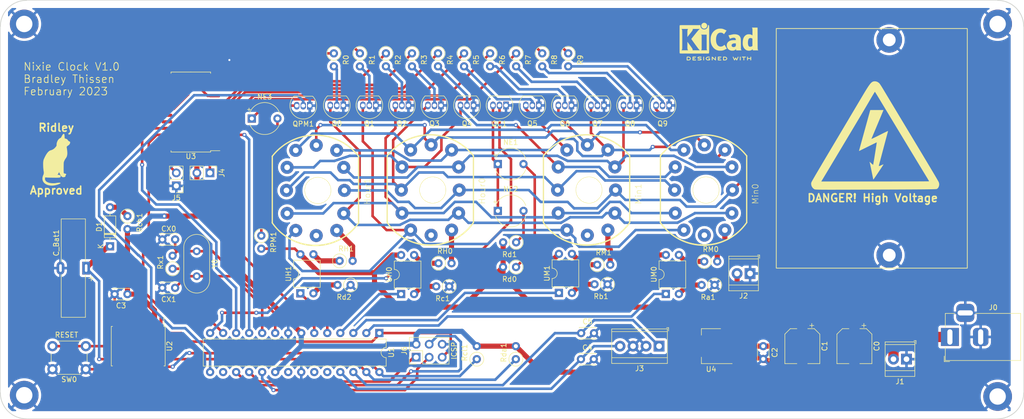
<source format=kicad_pcb>
(kicad_pcb (version 20211014) (generator pcbnew)
  (title_block (title "Nixie Clock PCB") (date "2023-02-17") (rev "1.5") (company "Bradley Thissen") (comment 1 "Nixie Clock Printed Circuit Board complete with livery"))
  (layers (0 "F.Cu" signal) (31 "B.Cu" signal) (34 "B.Paste" user) (35 "F.Paste" user) (36 "B.SilkS" user "B.Silkscreen") (37 "F.SilkS" user "F.Silkscreen") (38 "B.Mask" user) (39 "F.Mask" user) (44 "Edge.Cuts" user))
  (net 0 "")
  (net 1 "+12V")
  (net 2 "GND")
  (net 3 "5_vcc")
  (net 4 "Net-(U1-Pad25)")
  (net 5 "Net-(J3-Pad1)")
  (net 6 "Net-(U1-Pad9)")
  (net 7 "Net-(U1-Pad10)")
  (net 8 "Net-(C_Bat1-Pad1)")
  (net 9 "Net-(D1-Pad2)")
  (net 10 "170_HV")
  (net 11 "Net-(J4-Pad1)")
  (net 12 "Net-(J5-Pad2)")
  (net 13 "Net-(J6-Pad1)")
  (net 14 "Net-(J6-Pad3)")
  (net 15 "Net-(J6-Pad4)")
  (net 16 "Reset")
  (net 17 "Net-(Min1-PadA)")
  (net 18 "Net-(NE1-Pad1)")
  (net 19 "Net-(NE1-Pad2)")
  (net 20 "Net-(NE2-Pad2)")
  (net 21 "Net-(NE3-Pad1)")
  (net 22 "Net-(NE3-Pad2)")
  (net 23 "Net-(Q0-Pad2)")
  (net 24 "Net-(Q1-Pad2)")
  (net 25 "Net-(Q2-Pad2)")
  (net 26 "Net-(Q3-Pad2)")
  (net 27 "Net-(Q4-Pad2)")
  (net 28 "Net-(Q5-Pad2)")
  (net 29 "Net-(Q6-Pad2)")
  (net 30 "Net-(Q7-Pad2)")
  (net 31 "Net-(Q8-Pad2)")
  (net 32 "Net-(Q9-Pad2)")
  (net 33 "Net-(QC1-Pad2)")
  (net 34 "Net-(QPM1-Pad2)")
  (net 35 "Net-(U3-Pad11)")
  (net 36 "Net-(U3-Pad9)")
  (net 37 "Net-(U3-Pad10)")
  (net 38 "Net-(U3-Pad8)")
  (net 39 "Net-(U3-Pad7)")
  (net 40 "Net-(U3-Pad6)")
  (net 41 "Net-(U3-Pad5)")
  (net 42 "Net-(U3-Pad4)")
  (net 43 "Net-(U3-Pad18)")
  (net 44 "Net-(U3-Pad17)")
  (net 45 "Net-(Ra1-Pad2)")
  (net 46 "Net-(Rb1-Pad2)")
  (net 47 "Net-(Rc1-Pad2)")
  (net 48 "SCL")
  (net 49 "Net-(Rd2-Pad2)")
  (net 50 "SDA")
  (net 51 "Net-(RH0-Pad1)")
  (net 52 "Net-(Hour1-PadA)")
  (net 53 "Net-(RH1-Pad1)")
  (net 54 "Net-(RM0-Pad1)")
  (net 55 "Net-(RM1-Pad1)")
  (net 56 "Net-(U1-Pad2)")
  (net 57 "Net-(U1-Pad3)")
  (net 58 "Net-(U1-Pad4)")
  (net 59 "Net-(U1-Pad5)")
  (net 60 "Net-(U1-Pad6)")
  (net 61 "Net-(U1-Pad11)")
  (net 62 "Net-(U1-Pad12)")
  (net 63 "Net-(U1-Pad13)")
  (net 76 "Net-(Hour1-Pad1)")
  (net 77 "Net-(Hour1-Pad2)")
  (net 78 "Net-(Hour1-Pad3)")
  (net 79 "Net-(Hour1-Pad4)")
  (net 80 "Net-(Hour1-Pad5)")
  (net 81 "Net-(Hour1-Pad7)")
  (net 82 "Net-(Min0-PadA)")
  (net 83 "Net-(Hour1-Pad0)")
  (net 85 "Net-(Hour1-Pad8)")
  (net 86 "Net-(Hour1-Pad9)")
  (net 87 "Net-(Hour1-Pad6)")
  (net 88 "Net-(Hour0-PadA)")
  (footprint "Package_TO_SOT_SMD:SOT-223-3_TabPin2" (layer "F.Cu") (at 190.5 121.92 180)
    (fp_text reference "U4")
    (fp_text value "AMS1117-5.0")
  )
  (footprint "Button_Switch_THT:SW_PUSH_6mm_H7.3mm" (layer "F.Cu") (at 68.515564 126.42 180)
    (fp_text reference "SW0")
    (fp_text value "RESET")
  )
  (footprint "Package_TO_SOT_THT:TO-92_Inline" (layer "F.Cu") (at 150.482671 74.90321 180)
    (fp_text reference "QC1")
    (fp_text value "MPSA42")
  )
  (footprint "graphics:cat10" (layer "F.Cu") (at 62.75 85.5)
    (fp_text reference "Ridley")
    (fp_text value "LOGO" hide)
  )
  (footprint "nixies-us:IN-12" (layer "F.Cu") (at 166.670414 91.429763)
    (fp_text reference "Min1")
    (fp_text value "IN-12BORIGINAL" hide)
  )
  (footprint "Connector_PinHeader_2.54mm:PinHeader_1x02_P2.54mm_Vertical" (layer "F.Cu") (at 86.166832 90.624125 180)
    (fp_text reference "J5")
    (fp_text value "E_Sel")
  )
  (footprint "Crystal:Crystal_HC49-4H_Vertical" (layer "F.Cu") (at 90.147738 103.38 -90)
    (fp_text reference "Y0")
    (fp_text value "16MHz")
  )
  (footprint "Package_SO:SOIC-24W_7.5x15.4mm_P1.27mm" (layer "F.Cu") (at 89 76.2 180)
    (fp_text reference "U3")
    (fp_text value "CD74HC4514")
  )
  (footprint "nixies-us:IN-12" (layer "F.Cu") (at 113.783296 91.500956)
    (fp_text reference "Hour1")
    (fp_text value "IN-12BORIGINAL" hide)
  )
  (footprint "Resistor_THT:R_Axial_DIN0207_L6.3mm_D2.5mm_P2.54mm_Vertical" (layer "F.Cu") (at 152.438074 106.4704 180)
    (fp_text reference "Rd0")
    (fp_text value "220K" hide)
  )
  (footprint "Resistor_THT:R_Axial_DIN0207_L6.3mm_D2.5mm_P2.54mm_Vertical" (layer "F.Cu") (at 137.220414 64.739763 -90)
    (fp_text reference "R4")
    (fp_text value "4.7K")
  )
  (footprint "Capacitor_THT:C_Disc_D3.0mm_W2.0mm_P2.50mm" (layer "F.Cu") (at 76.64 111.76 180)
    (fp_text reference "C3")
    (fp_text value "100nF")
  )
  (footprint "Capacitor_THT:DX_5R5VxxxxU_D19.0mm_P5.00mm" (layer "F.Cu") (at 68.58 106.68 -90)
    (fp_text reference "C_Bat1")
    (fp_text value "5.5 1.5F UC")
  )
  (footprint "TerminalBlock_TE-Connectivity:TerminalBlock_TE_282834-4_1x04_P2.54mm_Horizontal" (layer "F.Cu") (at 180.34 121.92 180)
    (fp_text reference "J3")
    (fp_text value "Set-GND-Inc")
  )
  (footprint "nixies-us:IN-12" (layer "F.Cu") (at 189.490832 91.429763)
    (fp_text reference "Min0")
    (fp_text value "IN-12BORIGINAL" hide)
  )
  (footprint "Symbol:KiCad-Logo2_6mm_SilkScreen" (layer "F.Cu") (at 192 61.75)
    (fp_text reference "REF**" hide)
    (fp_text value "KiCad-Logo2_6mm_SilkScreen" hide)
  )
  (footprint "TerminalBlock_TE-Connectivity:TerminalBlock_TE_282834-2_1x02_P2.54mm_Horizontal" (layer "F.Cu") (at 198.095634 107.733126 180)
    (fp_text reference "J2")
    (fp_text value "170 HV_IN")
  )
  (footprint "Diode_THT:D_DO-35_SOD27_P7.62mm_Horizontal" (layer "F.Cu") (at 73.236593 102.414472 90)
    (fp_text reference "D1")
    (fp_text value "1N4148")
  )
  (footprint "MountingHole:MountingHole_3.2mm_M3_DIN965_Pad_TopBottom" (layer "F.Cu") (at 56.5 131.5)
    (fp_text reference "REF**" hide)
    (fp_text value "MountingHole_3.2mm_M3_DIN965_Pad_TopBottom" hide)
  )
  (footprint "Resistor_THT:R_Axial_DIN0207_L6.3mm_D2.5mm_P2.54mm_Vertical" (layer "F.Cu") (at 152.45817 101.642782 180)
    (fp_text reference "Rd1")
    (fp_text value "220K" hide)
  )
  (footprint "Resistor_THT:R_Axial_DIN0207_L6.3mm_D2.5mm_P2.54mm_Vertical" (layer "F.Cu") (at 162.620414 64.739763 -90)
    (fp_text reference "R9")
    (fp_text value "4.7K")
  )
  (footprint "Package_TO_SOT_THT:TO-92_Inline" (layer "F.Cu") (at 131.446238 74.899763 180)
    (fp_text reference "Q2")
    (fp_text value "MPSA42")
  )
  (footprint "Resistor_THT:R_Axial_DIN0207_L6.3mm_D2.5mm_P2.54mm_Vertical" (layer "F.Cu") (at 116.900414 64.739763 -90)
    (fp_text reference "R0")
    (fp_text value "4.7K")
  )
  (footprint "Capacitor_THT:C_Disc_D3.0mm_W2.0mm_P2.50mm" (layer "F.Cu") (at 165.14 119.38)
    (fp_text reference "C5")
    (fp_text value "100nF" hide)
  )
  (footprint "Resistor_THT:R_Axial_DIN0207_L6.3mm_D2.5mm_P2.54mm_Vertical" (layer "F.Cu") (at 127.060414 64.739763 -90)
    (fp_text reference "R2")
    (fp_text value "4.7K")
  )
  (footprint "Package_DIP:DIP-4_W7.62mm" (layer "F.Cu") (at 160.803779 111.516736 90)
    (fp_text reference "UM1")
    (fp_text value "TLP627")
  )
  (footprint "Capacitor_THT:C_Disc_D3.0mm_W2.0mm_P2.50mm" (layer "F.Cu") (at 85.934104 110.534304 180)
    (fp_text reference "CX1")
    (fp_text value "22pF")
  )
  (footprint "Capacitor_THT:CP_Radial_Tantal_D6.0mm_P5.00mm" (layer "F.Cu") (at 148.890414 86.349763)
    (fp_text reference "NE1")
    (fp_text value "Clk_blnk1" hide)
  )
  (footprint "Connector_PinHeader_2.54mm:PinHeader_1x02_P2.54mm_Vertical" (layer "F.Cu") (at 92.721963 88.084125 -90)
    (fp_text reference "J4")
    (fp_text value "LE_Sel")
  )
  (footprint "Connector_PinHeader_2.54mm:PinHeader_2x03_P2.54mm_Vertical" (layer "F.Cu") (at 132.955267 124.084884 90)
    (fp_text reference "J6")
    (fp_text value "ICSP")
  )
  (footprint "Resistor_THT:R_Axial_DIN0207_L6.3mm_D2.5mm_P2.54mm_Vertical" (layer "F.Cu") (at 120.160247 109.964681 180)
    (fp_text reference "Rd2")
    (fp_text value "270" hide)
  )
  (footprint "Package_TO_SOT_THT:TO-92_Inline" (layer "F.Cu") (at 112.199964 74.954145 180)
    (fp_text reference "QPM1")
    (fp_text value "MPSA42")
  )
  (footprint "Resistor_THT:R_Axial_DIN0207_L6.3mm_D2.5mm_P2.54mm_Vertical" (layer "F.Cu") (at 102.74927 100.34661 -90)
    (fp_text reference "RPM1")
    (fp_text value "220K")
  )
  (footprint "Package_TO_SOT_THT:TO-92_Inline" (layer "F.Cu") (at 156.891882 74.903167 180)
    (fp_text reference "Q5")
    (fp_text value "MPSA42")
  )
  (footprint "Package_DIP:DIP-4_W7.62mm" (layer "F.Cu") (at 181.665414 111.719763 90)
    (fp_text reference "UM0")
    (fp_text value "TLP627")
  )
  (footprint "Capacitor_THT:CP_Radial_Tantal_D6.0mm_P5.00mm" (layer "F.Cu") (at 148.89739 95.502263)
    (fp_text reference "NE2")
    (fp_text value "Clk_blnk2")
  )
  (footprint "Package_TO_SOT_THT:TO-92_Inline" (layer "F.Cu") (at 182.291882 74.903167 180)
    (fp_text reference "Q9")
    (fp_text value "MPSA42")
  )
  (footprint "Resistor_THT:R_Axial_DIN0207_L6.3mm_D2.5mm_P2.54mm_Vertical" (layer "F.Cu") (at 152.4 124.46 90)
    (fp_text reference "Rda1")
    (fp_text value "4.7K")
  )
  (footprint "Capacitor_SMD:CP_Elec_6.3x5.9" (layer "F.Cu") (at 218.44 121.92 -90)
    (fp_text reference "C0")
    (fp_text value "25V 47uF")
  )
  (footprint "Package_TO_SOT_THT:TO-92_Inline" (layer "F.Cu") (at 144.146238 74.899763 180)
    (fp_text reference "Q4")
    (fp_text value "MPSA42")
  )
  (footprint "MountingHole:MountingHole_3.2mm_M3_DIN965_Pad_TopBottom" (layer "F.Cu") (at 56.5 59)
    (fp_text reference "REF**" hide)
    (fp_text value "MountingHole_3.2mm_M3_DIN965_Pad_TopBottom" hide)
  )
  (footprint "MountingHole:MountingHole_2.5mm_Pad_TopBottom" (layer "F.Cu") (at 225.235825 104.14 180)
    (fp_text reference "REF**" hide)
    (fp_text value "MountingHole_2.5mm_Pad_TopBottom" hide)
  )
  (footprint "Resistor_THT:R_Axial_DIN0207_L6.3mm_D2.5mm_P2.54mm_Vertical" (layer "F.Cu") (at 132.140414 64.739763 -90)
    (fp_text reference "R3")
    (fp_text value "4.7K")
  )
  (footprint "Resistor_THT:R_Axial_DIN0207_L6.3mm_D2.5mm_P2.54mm_Vertical" (layer "F.Cu") (at 147.380414 64.739763 -90)
    (fp_text reference "R6")
    (fp_text value "4.7K")
  )
  (footprint "Resistor_THT:R_Axial_DIN0207_L6.3mm_D2.5mm_P2.54mm_Vertical" (layer "F.Cu") (at 142.300414 64.739763 -90)
    (fp_text reference "R5")
    (fp_text value "4.7K")
  )
  (footprint "Package_DIP:DIP-28_W7.62mm" (layer "F.Cu") (at 125.780414 119.359763 -90)
    (fp_text reference "U1")
    (fp_text value "ATmega328P-P")
  )
  (footprint "Resistor_THT:R_Axial_DIN0207_L6.3mm_D2.5mm_P2.54mm_Vertical" (layer "F.Cu") (at 76.64 96.52 -90)
    (fp_text reference "Rch1")
    (fp_text value "480")
  )
  (footprint "Resistor_THT:R_Axial_DIN0207_L6.3mm_D2.5mm_P2.54mm_Vertical" (layer "F.Cu") (at 139.404516 110.249303 180)
    (fp_text reference "Rc1")
    (fp_text value "270" hide)
  )
  (footprint "nixies-us:IN-12" (layer "F.Cu") (at 136.190414 91.429763)
    (fp_text reference "Hour0")
    (fp_text value "IN-12BORIGINAL" hide)
  )
  (footprint "Resistor_THT:R_Axial_DIN0207_L6.3mm_D2.5mm_P2.54mm_Vertical" (layer "F.Cu") (at 152.460414 64.739763 -90)
    (fp_text reference "R7")
    (fp_text value "4.7K")
  )
  (footprint "Resistor_THT:R_Axial_DIN0207_L6.3mm_D2.5mm_P2.54mm_Vertical" (layer "F.Cu") (at 157.540414 64.739763 -90)
    (fp_text reference "R8")
    (fp_text value "4.7K")
  )
  (footprint "MountingHole:MountingHole_3.2mm_M3_DIN965_Pad_TopBottom" (layer "F.Cu") (at 246.38 131.75)
    (fp_text reference "REF**" hide)
    (fp_text value "MountingHole_3.2mm_M3_DIN965_Pad_TopBottom" hide)
  )
  (footprint "Package_TO_SOT_THT:TO-92_Inline" (layer "F.Cu") (at 137.796238 74.899763 180)
    (fp_text reference "Q3")
    (fp_text value "MPSA42")
  )
  (footprint "Resistor_THT:R_Axial_DIN0207_L6.3mm_D2.5mm_P2.54mm_Vertical" (layer "F.Cu") (at 137.314654 105.72917)
    (fp_text reference "RH0")
    (fp_text value "10K" hide)
  )
  (footprint "Package_DIP:DIP-4_W7.62mm" (layer "F.Cu") (at 130.015414 111.749763 90)
    (fp_text reference "UH0")
    (fp_text value "TLP627")
  )
  (footprint "MountingHole:MountingHole_3.2mm_M3_DIN965_Pad_TopBottom" (layer "F.Cu") (at 246.38 59)
    (fp_text reference "REF**" hide)
    (fp_text value "MountingHole_3.2mm_M3_DIN965_Pad_TopBottom" hide)
  )
  (footprint "graphics:HVbmp25" (layer "F.Cu") (at 222.5 80.75)
    (fp_text reference "DANGER! High Voltage")
    (fp_text value "LOGO" hide)
  )
  (footprint "Capacitor_SMD:CP_Elec_6.3x5.9" (layer "F.Cu") (at 208.28 121.92 -90)
    (fp_text reference "C1")
    (fp_text value "25V 47uF")
  )
  (footprint "Capacitor_THT:C_Disc_D3.0mm_W2.0mm_P2.50mm" (layer "F.Cu") (at 85.937995 101.081412 180)
    (fp_text reference "CX0")
    (fp_text value "22pF")
  )
  (footprint "Package_TO_SOT_THT:TO-92_Inline" (layer "F.Cu") (at 163.241882 74.903167 180)
    (fp_text reference "Q6")
    (fp_text value "MPSA42")
  )
  (footprint "Package_TO_SOT_THT:TO-92_Inline" (layer "F.Cu") (at 175.941882 74.903167 180)
    (fp_text reference "Q8")
    (fp_text value "MPSA42")
  )
  (footprint "Package_TO_SOT_THT:TO-92_Inline" (layer "F.Cu") (at 125.096238 74.899763 180)
    (fp_text reference "Q1")
    (fp_text value "MPSA42")
  )
  (footprint "Resistor_THT:R_Axial_DIN0207_L6.3mm_D2.5mm_P2.54mm_Vertical" (layer "F.Cu") (at 121.980414 64.739763 -90)
    (fp_text reference "R1")
    (fp_text value "4.7K")
  )
  (footprint "Resistor_THT:R_Axial_DIN0207_L6.3mm_D2.5mm_P2.54mm_Vertical" (layer "F.Cu") (at 191.176987 109.980089 180)
    (fp_text reference "Ra1")
    (fp_text value "270" hide)
  )
  (footprint "Resistor_THT:R_Axial_DIN0207_L6.3mm_D2.5mm_P2.54mm_Vertical" (layer "F.Cu") (at 168.269562 106.018785)
    (fp_text reference "RM1")
    (fp_text value "10K" hide)
  )
  (footprint "Resistor_THT:R_Axial_DIN0207_L6.3mm_D2.5mm_P2.54mm_Vertical" (layer "F.Cu") (at 85.440968 106.800509 90)
    (fp_text reference "Rx1")
    (fp_text value "1M")
  )
  (footprint "MountingHole:MountingHole_2.5mm_Pad_TopBottom" (layer "F.Cu") (at 225.235825 62.105302 180)
    (fp_text reference "REF**" hide)
    (fp_text value "MountingHole_2.5mm_Pad_TopBottom" hide)
  )
  (footprint "Capacitor_THT:CP_Radial_Tantal_D6.0mm_P5.00mm" (layer "F.Cu") (at 100.897945 77.467146)
    (fp_text reference "NE3")
    (fp_text value "AM/PM")
  )
  (footprint "Connector_BarrelJack:BarrelJack_Horizontal" (layer "F.Cu") (at 237.068212 120.123855 180)
    (fp_text reference "J0")
    (fp_text value "Barrel_Jack_Switch")
  )
  (footprint "Package_DIP:DIP-4_W7.62mm" (layer "F.Cu") (at 110.374288 111.601137 90)
    (fp_text reference "UH1")
    (fp_text value "TLP627")
  )
  (footprint "Resistor_THT:R_Axial_DIN0207_L6.3mm_D2.5mm_P2.54mm_Vertical" (layer "F.Cu") (at 144.78 124.46 90)
    (fp_text reference "Rcl1")
    (fp_text value "4.7K")
  )
  (footprint "Package_TO_SOT_THT:TO-92_Inline" (layer "F.Cu") (at 169.591882 74.903167 180)
    (fp_text reference "Q7")
    (fp_text value "MPSA42")
  )
  (footprint "TerminalBlock_TE-Connectivity:TerminalBlock_TE_282834-2_1x02_P2.54mm_Horizontal" (layer "F.Cu") (at 228.6 124.46 180)
    (fp_text reference "J1")
    (fp_text value "NX_Pwr")
  )
  (footprint "Package_SO:SOIC-16W_7.5x10.3mm_P1.27mm" (layer "F.Cu") (at 78.74 121.92 -90)
    (fp_text reference "U2")
    (fp_text value "DS3231M")
  )
  (footprint "Resistor_THT:R_Axial_DIN0207_L6.3mm_D2.5mm_P2.54mm_Vertical" (layer "F.Cu") (at 118.019288 105.261137)
    (fp_text reference "RH1")
    (fp_text value "10K" hide)
  )
  (footprint "Resistor_THT:R_Axial_DIN0207_L6.3mm_D2.5mm_P2.54mm_Vertical" (layer "F.Cu") (at 189.145758 105.379763)
    (fp_text reference "RM0")
    (fp_text value "10K" hide)
  )
  (footprint "Resistor_THT:R_Axial_DIN0207_L6.3mm_D2.5mm_P2.54mm_Vertical" (layer "F.Cu") (at 170.289132 109.836694 180)
    (fp_text reference "Rb1")
    (fp_text value "270" hide)
  )
  (footprint "Capacitor_THT:C_Disc_D3.0mm_W2.0mm_P2.50mm" (layer "F.Cu") (at 165.1 124.46)
    (fp_text reference "C4")
    (fp_text value "100nF" hide)
  )
  (footprint "Capacitor_THT:C_Disc_D3.0mm_W2.0mm_P2.50mm" (layer "F.Cu") (at 200.66 121.92 -90)
    (fp_text reference "C2")
    (fp_text value "100nF")
  )
  (footprint "Package_TO_SOT_THT:TO-92_Inline" (layer "F.Cu") (at 118.746238 74.899763 180)
    (fp_text reference "Q0")
    (fp_text value "MPSA42")
  )
  (gr_rect (start 240.462027 106.68) (end 203.2 59.894698) (layer "F.SilkS") (width 0.15) (fill none))
  (gr_line (start 235.167898 136.107898) (end 246.38 136.107898) (layer "Edge.Cuts") (width 0.1))
  (gr_line (start 56.932102 136.107898) (end 235.167898 136.107898) (layer "Edge.Cuts") (width 0.1))
  (gr_arc (start 51.852102 59.472102) (mid 53.34 55.88) (end 56.932102 54.392102) (layer "Edge.Cuts") (width 0.15))
  (gr_line (start 51.852102 59.472102) (end 51.852102 131.027898) (layer "Edge.Cuts") (width 0.1))
  (gr_line (start 251.46 59.472102) (end 251.46 131.027898) (layer "Edge.Cuts") (width 0.1))
  (gr_line (start 235.167898 54.392102) (end 246.38 54.392102) (layer "Edge.Cuts") (width 0.1))
  (gr_arc (start 251.46 131.027898) (mid 249.972102 134.62) (end 246.38 136.107898) (layer "Edge.Cuts") (width 0.15))
  (gr_arc (start 246.38 54.392102) (mid 249.972102 55.88) (end 251.46 59.472102) (layer "Edge.Cuts") (width 0.15))
  (gr_line (start 235.167898 54.392102) (end 56.932102 54.392102) (layer "Edge.Cuts") (width 0.1))
  (gr_arc (start 56.932102 136.107898) (mid 53.34 134.62) (end 51.852102 131.027898) (layer "Edge.Cuts") (width 0.15))
  (gr_text "Nixie Clock V1.0\nBradley Thissen\nFebruary 2023" (at 56.25 69.75) (layer "F.SilkS") (effects (font (size 1.5 1.5)) (justify left)))
  (segment (start 219.474732 120.12479) (end 219.459761 120.139761) (width 2) (layer "F.Cu") (net 1))
  (segment (start 226.06 120.394735) (end 225.78912 120.123855) (width 2) (layer "F.Cu") (net 1))
  (segment (start 218.44 119.12) (end 218.44 116.84) (width 2) (layer "F.Cu") (net 1))
  (segment (start 225.78912 120.123855) (end 225.788185 120.12479) (width 2) (layer "F.Cu") (net 1))
  (segment (start 218.44 116.84) (end 215.9 114.3) (width 2) (layer "F.Cu") (net 1))
  (segment (start 215.9 114.3) (end 198.97 114.3) (width 2) (layer "F.Cu") (net 1))
  (segment (start 219.459761 120.139761) (end 218.44 119.12) (width 2) (layer "F.Cu") (net 1))
  (segment (start 226.06 124.46) (end 226.06 120.394735) (width 2) (layer "F.Cu") (net 1))
  (segment (start 225.788185 120.12479) (end 219.474732 120.12479) (width 2) (layer "F.Cu") (net 1))
  (segment (start 198.97 114.3) (end 193.65 119.62) (width 2) (layer "F.Cu") (net 1))
  (segment (start 237.068212 120.123855) (end 225.78912 120.123855) (width 2) (layer "F.Cu") (net 1))
  (segment (start 200.96 124.72) (end 200.66 124.42) (width 1) (layer "F.Cu") (net 2))
  (segment (start 94.04 69.215) (end 94.04 68.52) (width 0.5) (layer "F.Cu") (net 2))
  (segment (start 74.14 111.76) (end 74.14 117.115) (width 0.5) (layer "F.Cu") (net 2))
  (segment (start 79.225 126.42) (end 79.375 126.57) (width 0.5) (layer "F.Cu") (net 2))
  (segment (start 208.28 124.72) (end 200.96 124.72) (width 1) (layer "F.Cu") (net 2))
  (segment (start 68.515564 126.42) (end 79.225 126.42) (width 0.5) (layer "F.Cu") (net 2))
  (segment (start 78.105 117.27) (end 74.295 117.27) (width 0.5) (layer "F.Cu") (net 2))
  (segment (start 208.28 124.72) (end 218.44 124.72) (width 1) (layer "F.Cu") (net 2))
  (segment (start 74.14 117.115) (end 74.295 117.27) (width 0.5) (layer "F.Cu") (net 2))
  (segment (start 200.46 124.22) (end 200.66 124.42) (width 1) (layer "F.Cu") (net 2))
  (segment (start 193.65 124.22) (end 200.46 124.22) (width 1) (layer "F.Cu") (net 2))
  (segment (start 94.04 68.52) (end 96.52 66.04) (width 0.5) (layer "F.Cu") (net 2))
  (via (at 96.52 66.04) (size 0.8) (drill 0.4) (layers "F.Cu" "B.Cu") (net 2))
  (segment (start 90.181963 83.681963) (end 89.685 83.185) (width 1) (layer "F.Cu") (net 3))
  (segment (start 193.65 121.92) (end 187.35 121.92) (width 1) (layer "F.Cu") (net 3))
  (segment (start 96.52 96.52) (end 90.181963 90.181963) (width 1) (layer "F.Cu") (net 3))
  (segment (start 81.915 117.27) (end 81.915 114.935) (width 1) (layer "F.Cu") (net 3))
  (segment (start 90.181963 90.181963) (end 90.181963 88.084125) (width 1) (layer "F.Cu") (net 3))
  (segment (start 200.66 121.92) (end 205.48 121.92) (width 1) (layer "F.Cu") (net 3))
  (segment (start 81.915 114.935) (end 78.74 111.76) (width 1) (layer "F.Cu") (net 3))
  (segment (start 110.540414 119.359763) (end 96.52 105.339349) (width 1) (layer "F.Cu") (net 3))
  (segment (start 152.4 121.92) (end 144.78 121.92) (width 1) (layer "F.Cu") (net 3))
  (segment (start 200.66 121.92) (end 193.65 121.92) (width 1) (layer "F.Cu") (net 3))
  (segment (start 90.181963 88.084125) (end 90.181963 83.681963) (width 1) (layer "F.Cu") (net 3))
  (segment (start 96.52 105.339349) (end 96.52 96.52) (width 1) (layer "F.Cu") (net 3))
  (segment (start 89.685 83.185) (end 84.35 83.185) (width 1) (layer "F.Cu") (net 3))
  (segment (start 96.52 96.52) (end 83.82 96.52) (width 1) (layer "F.Cu") (net 3))
  (segment (start 157.48 127) (end 152.4 121.92) (width 1) (layer "F.Cu") (net 3))
  (segment (start 76.64 99.06) (end 76.64 111.76) (width 1) (layer "F.Cu") (net 3))
  (segment (start 205.48 121.92) (end 208.28 119.12) (width 1) (layer "F.Cu") (net 3))
  (segment (start 187.35 121.92) (end 182.27 127) (width 1) (layer "F.Cu") (net 3))
  (segment (start 78.74 111.76) (end 76.64 111.76) (width 1) (layer "F.Cu") (net 3))
  (segment (start 182.27 127) (end 157.48 127) (width 1) (layer "F.Cu") (net 3))
  (via (at 83.82 96.52) (size 1) (drill 0.5) (layers "F.Cu" "B.Cu") (net 3))
  (segment (start 132.955267 119.683537) (end 132.955267 121.544884) (width 1) (layer "B.Cu") (net 3))
  (segment (start 127 121.92) (end 127.375116 121.544884) (width 1) (layer "B.Cu") (net 3))
  (segment (start 110.560651 121.92) (end 110.540414 121.899763) (width 1) (layer "B.Cu") (net 3))
  (segment (start 144.78 121.92) (end 141.893339 119.033339) (width 1) (layer "B.Cu") (net 3))
  (segment (start 81.28 96.52) (end 78.74 99.06) (width 1) (layer "B.Cu") (net 3))
  (segment (start 127 121.92) (end 110.560651 121.92) (width 1) (layer "B.Cu") (net 3))
  (segment (start 141.893339 119.033339) (end 133.605465 119.033339) (width 1) (layer "B.Cu") (net 3))
  (segment (start 110.540414 119.359763) (end 110.540414 121.899763) (width 1) (layer "B.Cu") (net 3))
  (segment (start 110.540414 121.899763) (end 105.460414 126.979763) (width 1) (layer "B.Cu") (net 3))
  (segment (start 127.375116 121.544884) (end 132.955267 121.544884) (width 1) (layer "B.Cu") (net 3))
  (segment (start 133.605465 119.033339) (end 132.955267 119.683537) (width 1) (layer "B.Cu") (net 3))
  (segment (start 83.82 96.52) (end 81.28 96.52) (width 1) (layer "B.Cu") (net 3))
  (segment (start 78.74 99.06) (end 76.64 99.06) (width 1) (layer "B.Cu") (net 3))
  (segment (start 165.1 124.46) (end 167.64 121.92) (width 0.5) (layer "B.Cu") (net 4))
  (segment (start 121.420651 130.24) (end 118.160414 126.979763) (width 0.5) (layer "B.Cu") (net 4))
  (segment (start 165.1 124.46) (end 159.32 130.24) (width 0.5) (layer "B.Cu") (net 4))
  (segment (start 167.64 121.92) (end 172.72 121.92) (width 0.5) (layer "B.Cu") (net 4))
  (segment (start 159.32 130.24) (end 121.420651 130.24) (width 0.5) (layer "B.Cu") (net 4))
  (segment (start 167.64 116.84) (end 175.26 116.84) (width 0.5) (layer "B.Cu") (net 5))
  (segment (start 160.02 119.38) (end 149.86 129.54) (width 0.5) (layer "B.Cu") (net 5))
  (segment (start 175.26 116.84) (end 180.34 121.92) (width 0.5) (layer "B.Cu") (net 5))
  (segment (start 149.86 129.54) (end 123.260651 129.54) (width 0.5) (layer "B.Cu") (net 5))
  (segment (start 165.14 119.38) (end 167.64 116.88) (width 0.5) (layer "B.Cu") (net 5))
  (segment (start 165.14 119.38) (end 160.02 119.38) (width 0.5) (layer "B.Cu") (net 5))
  (segment (start 167.64 116.88) (end 167.64 116.84) (width 0.5) (layer "B.Cu") (net 5))
  (segment (start 123.260651 129.54) (end 120.700414 126.979763) (width 0.5) (layer "B.Cu") (net 5))
  (segment (start 86.321477 103.38) (end 85.440968 104.260509) (width 0.5) (layer "F.Cu") (net 6))
  (segment (start 93.217148 103.38) (end 105.460414 115.623265) (width 0.5) (layer "F.Cu") (net 6))
  (segment (start 90.147738 103.38) (end 93.217148 103.38) (width 0.5) (layer "F.Cu") (net 6))
  (segment (start 105.460414 115.623265) (end 105.460414 119.359763) (width 0.5) (layer "F.Cu") (net 6))
  (segment (start 90.147738 103.38) (end 86.321477 103.38) (width 0.5) (layer "F.Cu") (net 6))
  (segment (start 85.937995 102.996518) (end 86.321477 103.38) (width 0.5) (layer "F.Cu") (net 6))
  (segment (start 85.937995 101.081412) (end 85.937995 102.996518) (width 0.5) (layer "F.Cu") (net 6))
  (segment (start 88.208408 108.26) (end 85.934104 110.534304) (width 0.5) (layer "F.Cu") (net 7))
  (segment (start 102.920414 119.359763) (end 102.920414 114.073215) (width 0.5) (layer "F.Cu") (net 7))
  (segment (start 97.107198 108.26) (end 90.147738 108.26) (width 0.5) (layer "F.Cu") (net 7))
  (segment (start 85.440968 106.800509) (end 86.748917 106.800509) (width 0.5) (layer "F.Cu") (net 7))
  (segment (start 102.920414 114.073215) (end 97.107198 108.26) (width 0.5) (layer "F.Cu") (net 7))
  (segment (start 86.748917 106.800509) (end 88.208408 108.26) (width 0.5) (layer "F.Cu") (net 7))
  (segment (start 90.147738 108.26) (end 88.208408 108.26) (width 0.5) (layer "F.Cu") (net 7))
  (segment (start 80.645 126.57) (end 80.645 125.966472) (width 0.5) (layer "F.Cu") (net 8))
  (segment (start 80.645 125.966472) (end 79.138528 124.46) (width 0.5) (layer "F.Cu") (net 8))
  (segment (start 79.138528 124.46) (end 71.12 124.46) (width 0.5) (layer "F.Cu") (net 8))
  (segment (start 73.236593 102.414472) (end 72.845528 102.414472) (width 1) (layer "F.Cu") (net 8))
  (segment (start 72.845528 102.414472) (end 68.58 106.68) (width 1) (layer "F.Cu") (net 8))
  (via (at 71.12 124.46) (size 0.8) (drill 0.4) (layers "F.Cu" "B.Cu") (net 8))
  (segment (start 71.12 124.46) (end 71.12 109.22) (width 0.5) (layer "B.Cu") (net 8))
  (segment (start 71.12 109.22) (end 68.58 106.68) (width 0.5) (layer "B.Cu") (net 8))
  (segment (start 73.236593 94.794472) (end 74.914472 94.794472) (width 1) (layer "F.Cu") (net 9))
  (segment (start 74.914472 94.794472) (end 76.64 96.52) (width 1) (layer "F.Cu") (net 9))
  (segment (start 180.380237 104.099763) (end 170.18 114.3) (width 1) (layer "F.Cu") (net 10))
  (segment (start 109.279761 102.88661) (end 110.374288 103.981137) (width 0.5) (layer "F.Cu") (net 10))
  (segment (start 149.91817 106.450304) (end 149.898074 106.4704) (width 1) (layer "F.Cu") (net 10))
  (segment (start 149.898074 108.168839) (end 149.898074 106.4704) (width 1) (layer "F.Cu") (net 10))
  (segment (start 160.803779 103.896736) (end 155.480515 109.22) (width 1) (layer "F.Cu") (net 10))
  (segment (start 110.374288 103.981137) (end 113.973426 107.580275) (width 1) (layer "F.Cu") (net 10))
  (segment (start 150.949235 109.22) (end 149.898074 108.168839) (width 1) (layer "F.Cu") (net 10))
  (segment (start 195.555634 112.813126) (end 194.06876 114.3) (width 1) (layer "F.Cu") (net 10))
  (segment (start 142.068474 114.3) (end 149.898074 106.4704) (width 1) (layer "F.Cu") (net 10))
  (segment (start 102.74927 102.88661) (end 109.279761 102.88661) (width 0.5) (layer "F.Cu") (net 10))
  (segment (start 128.280456 104.129763) (end 130.015414 104.129763) (width 1) (layer "F.Cu") (net 10))
  (segment (start 181.665414 104.099763) (end 180.380237 104.099763) (width 1) (layer "F.Cu") (net 10))
  (segment (start 156.029235 114.3) (end 150.949235 109.22) (width 1) (layer "F.Cu") (net 10))
  (segment (start 149.91817 101.642782) (end 149.91817 106.450304) (width 1) (layer "F.Cu") (net 10))
  (segment (start 195.555634 107.733126) (end 195.555634 112.813126) (width 1) (layer "F.Cu") (net 10))
  (segment (start 124.829944 109.564293) (end 129.565651 114.3) (width 1) (layer "F.Cu") (net 10))
  (segment (start 113.973426 107.580275) (end 124.829944 107.580275) (width 1) (layer "F.Cu") (net 10))
  (segment (start 155.480515 109.22) (end 150.949235 109.22) (width 1) (layer "F.Cu") (net 10))
  (segment (start 129.565651 114.3) (end 142.068474 114.3) (width 1) (layer "F.Cu") (net 10))
  (segment (start 124.829944 107.580275) (end 124.829944 109.564293) (width 1) (layer "F.Cu") (net 10))
  (segment (start 170.18 114.3) (end 194.06876 114.3) (width 1) (layer "F.Cu") (net 10))
  (segment (start 170.18 114.3) (end 156.029235 114.3) (width 1) (layer "F.Cu") (net 10))
  (segment (start 124.829944 107.580275) (end 128.280456 104.129763) (width 1) (layer "F.Cu") (net 10))
  (segment (start 92.721963 88.084125) (end 92.721963 84.503037) (width 0.5) (layer "F.Cu") (net 11))
  (segment (start 92.721963 84.503037) (end 94.04 83.185) (width 0.5) (layer "F.Cu") (net 11))
  (segment (start 83.085 81.915) (end 84.35 81.915) (width 0.5) (layer "F.Cu") (net 12))
  (segment (start 86.166832 88.084125) (end 82.25 84.167293) (width 0.5) (layer "F.Cu") (net 12))
  (segment (start 82.25 84.167293) (end 82.25 82.75) (width 0.5) (layer "F.Cu") (net 12))
  (segment (start 82.25 82.75) (end 83.085 81.915) (width 0.5) (layer "F.Cu") (net 12))
  (segment (start 102.240651 128.84) (end 127.7 128.84) (width 0.5) (layer "F.Cu") (net 13))
  (segment (start 100.380414 126.979763) (end 102.240651 128.84) (width 0.5) (layer "F.Cu") (net 13))
  (segment (start 132.455116 124.084884) (end 132.955267 124.084884) (width 0.5) (layer "F.Cu") (net 13))
  (segment (start 127.7 128.84) (end 132.455116 124.084884) (width 0.5) (layer "F.Cu") (net 13))
  (segment (start 133.155328 128.114563) (end 133.155328 126.424823) (width 0.5) (layer "F.Cu") (net 14))
  (segment (start 105.121752 130.502794) (end 130.767097 130.502794) (width 0.5) (layer "F.Cu") (net 14))
  (segment (start 130.767097 130.502794) (end 133.155328 128.114563) (width 0.5) (layer "F.Cu") (net 14))
  (segment (start 133.155328 126.424823) (end 135.495267 124.084884) (width 0.5) (layer "F.Cu") (net 14))
  (via (at 105.121752 130.502794) (size 0.8) (drill 0.4) (layers "F.Cu" "B.Cu") (net 14))
  (segment (start 102.920414 128.301456) (end 105.121752 130.502794) (width 0.5) (layer "B.Cu") (net 14))
  (segment (start 102.920414 126.979763) (end 102.920414 128.301456) (width 0.5) (layer "B.Cu") (net 14))
  (segment (start 129.248243 129.54) (end 131.959129 126.829114) (width 0.5) (layer "F.Cu") (net 15))
  (segment (start 100.400651 129.54) (end 97.840414 126.979763) (width 0.5) (layer "F.Cu") (net 15))
  (segment (start 100.400651 129.54) (end 129.248243 129.54) (width 0.5) (layer "F.Cu") (net 15))
  (via (at 131.959129 126.829114) (size 0.8) (drill 0.4) (layers "F.Cu" "B.Cu") (net 15))
  (segment (start 141.220296 126.79577) (end 141.186952 126.829114) (width 0.5) (layer "B.Cu") (net 15))
  (segment (start 137.056812 119.983339) (end 140.557302 119.983339) (width 0.5) (layer "B.Cu") (net 15))
  (segment (start 140.557302 119.983339) (end 141.670433 121.09647) (width 0.5) (layer "B.Cu") (net 15))
  (segment (start 141.670433 126.359298) (end 141.656768 126.359298) (width 0.5) (layer "B.Cu") (net 15))
  (segment (start 141.186952 126.829114) (end 131.959129 126.829114) (width 0.5) (layer "B.Cu") (net 15))
  (segment (start 141.656768 126.359298) (end 141.220296 126.79577) (width 0.5) (layer "B.Cu") (net 15))
  (segment (start 141.670433 121.09647) (end 141.670433 126.359298) (width 0.5) (layer "B.Cu") (net 15))
  (segment (start 135.495267 121.544884) (end 137.056812 119.983339) (width 0.5) (layer "B.Cu") (net 15))
  (segment (start 75.328528 121.92) (end 68.515564 121.92) (width 0.5) (layer "F.Cu") (net 16))
  (segment (start 88.811391 121.03848) (end 88.792635 121.019724) (width 0.5) (layer "F.Cu") (net 16))
  (segment (start 80.881472 119.38) (end 87.152911 119.38) (width 0.5) (layer "F.Cu") (net 16))
  (segment (start 139.679763 119.359763) (end 139.7 119.38) (width 0.5) (layer "F.Cu") (net 16))
  (segment (start 88.792635 121.019724) (end 87.152911 119.38) (width 0.5) (layer "F.Cu") (net 16))
  (segment (start 138.035267 124.084884) (end 139.7 122.420151) (width 0.5) (layer "F.Cu") (net 16))
  (segment (start 124.353515 121.03848) (end 88.811391 121.03848) (width 0.5) (layer "F.Cu") (net 16))
  (segment (start 125.780414 119.611581) (end 124.353515 121.03848) (width 0.5) (layer "F.Cu") (net 16))
  (segment (start 125.780414 119.359763) (end 139.679763 119.359763) (width 0.5) (layer "F.Cu") (net 16))
  (segment (start 75.328528 121.92) (end 79.375 117.873528) (width 0.5) (layer "F.Cu") (net 16))
  (segment (start 79.375 117.873528) (end 79.375 117.27) (width 0.5) (layer "F.Cu") (net 16))
  (segment (start 68.515564 121.92) (end 62.015564 121.92) (width 0.5) (layer "F.Cu") (net 16))
  (segment (start 139.7 122.420151) (end 139.7 119.38) (width 0.5) (layer "F.Cu") (net 16))
  (segment (start 80.881472 119.38) (end 79.375 117.873528) (width 0.5) (layer "F.Cu") (net 16))
  (segment (start 125.780414 119.359763) (end 125.780414 119.611581) (width 0.5) (layer "F.Cu") (net 16))
  (segment (start 170.809562 106.018785) (end 170.809562 103.059562) (width 1) (layer "F.Cu") (net 17))
  (segment (start 170.352914 102.602914) (end 170.352914 99.247263) (width 1) (layer "F.Cu") (net 17))
  (segment (start 170.809562 103.059562) (end 170.352914 102.602914) (width 1) (layer "F.Cu") (net 17))
  (segment (start 148.890414 86.349763) (end 148.890414 95.495287) (width 0.5) (layer "F.Cu") (net 18))
  (segment (start 147.942671 74.90321) (end 147.942671 85.40202) (width 0.5) (layer "F.Cu") (net 18))
  (segment (start 147.942671 85.40202) (end 148.890414 86.349763) (width 0.5) (layer "F.Cu") (net 18))
  (segment (start 148.890414 95.495287) (end 148.89739 95.502263) (width 0.5) (layer "F.Cu") (net 18))
  (segment (start 156.0889 102.819574) (end 156.0889 88.548249) (width 0.5) (layer "F.Cu") (net 19))
  (segment (start 152.438074 106.4704) (end 156.0889 102.819574) (width 0.5) (layer "F.Cu") (net 19))
  (segment (start 156.0889 88.548249) (end 153.890414 86.349763) (width 0.5) (layer "F.Cu") (net 19))
  (segment (start 153.89739 95.502263) (end 153.89739 100.203562) (width 0.5) (layer "F.Cu") (net 20))
  (segment (start 153.89739 100.203562) (end 152.45817 101.642782) (width 0.5) (layer "F.Cu") (net 20))
  (segment (start 109.659964 74.954145) (end 103.410946 74.954145) (width 0.5) (layer "F.Cu") (net 21))
  (segment (start 103.410946 74.954145) (end 100.897945 77.467146) (width 0.5) (layer "F.Cu") (net 21))
  (segment (start 102.74927 85.21073) (end 102.74927 100.34661) (width 0.5) (layer "F.Cu") (net 22))
  (segment (start 105.897945 82.062055) (end 102.74927 85.21073) (width 0.5) (layer "F.Cu") (net 22))
  (segment (start 105.897945 77.467146) (end 105.897945 82.062055) (width 0.5) (layer "F.Cu") (net 22))
  (segment (start 117.476238 67.855587) (end 117.476238 74.899763) (width 0.5) (layer "B.Cu") (net 23))
  (segment (start 116.900414 67.279763) (end 117.476238 67.855587) (width 0.5) (layer "B.Cu") (net 23))
  (segment (start 123.826238 69.125587) (end 123.826238 74.899763) (width 0.5) (layer "B.Cu") (net 24))
  (segment (start 121.980414 67.279763) (end 123.826238 69.125587) (width 0.5) (layer "B.Cu") (net 24))
  (segment (start 130.176238 70.395587) (end 130.176238 74.899763) (width 0.5) (layer "B.Cu") (net 25))
  (segment (start 127.060414 67.279763) (end 130.176238 70.395587) (width 0.5) (layer "B.Cu") (net 25))
  (segment (start 136.526238 71.665587) (end 136.526238 74.899763) (width 0.5) (layer "B.Cu") (net 26))
  (segment (start 132.140414 67.279763) (end 136.526238 71.665587) (width 0.5) (layer "B.Cu") (net 26))
  (segment (start 137.220414 67.279763) (end 142.876238 72.935587) (width 0.5) (layer "B.Cu") (net 27))
  (segment (start 142.876238 72.935587) (end 142.876238 74.899763) (width 0.5) (layer "B.Cu") (net 27))
  (segment (start 142.300414 67.279763) (end 148.723818 73.703167) (width 0.5) (layer "B.Cu") (net 28))
  (segment (start 155.621882 74.103167) (end 155.621882 74.903167) (width 0.5) (layer "B.Cu") (net 28))
  (segment (start 148.723818 73.703167) (end 155.221882 73.703167) (width 0.5) (layer "B.Cu") (net 28))
  (segment (start 155.221882 73.703167) (end 155.621882 74.103167) (width 0.5) (layer "B.Cu") (net 28))
  (segment (start 148.559763 67.279763) (end 153.037695 71.757695) (width 0.5) (layer "B.Cu") (net 29))
  (segment (start 153.037695 71.757695) (end 160.657695 71.757695) (width 0.5) (layer "B.Cu") (net 29))
  (segment (start 147.380414 67.279763) (end 148.559763 67.279763) (width 0.5) (layer "B.Cu") (net 29))
  (segment (start 160.657695 71.757695) (end 161.971882 73.071882) (width 0.5) (layer "B.Cu") (net 29))
  (segment (start 161.971882 73.071882) (end 161.971882 74.903167) (width 0.5) (layer "B.Cu") (net 29))
  (segment (start 155.475398 70.294747) (end 164.333819 70.294747) (width 0.5) (layer "B.Cu") (net 30))
  (segment (start 164.333819 70.294747) (end 168.321882 74.28281) (width 0.5) (layer "B.Cu") (net 30))
  (segment (start 168.321882 74.28281) (end 168.321882 74.903167) (width 0.5) (layer "B.Cu") (net 30))
  (segment (start 152.460414 67.279763) (end 155.475398 70.294747) (width 0.5) (layer "B.Cu") (net 30))
  (segment (start 170.18 68.58) (end 174.671882 73.071882) (width 0.5) (layer "B.Cu") (net 31))
  (segment (start 157.540414 67.279763) (end 158.840651 68.58) (width 0.5) (layer "B.Cu") (net 31))
  (segment (start 174.671882 73.071882) (end 174.671882 74.903167) (width 0.5) (layer "B.Cu") (net 31))
  (segment (start 158.840651 68.58) (end 170.18 68.58) (width 0.5) (layer "B.Cu") (net 31))
  (segment (start 181.021882 74.103167) (end 174.198478 67.279763) (width 0.5) (layer "B.Cu") (net 32))
  (segment (start 181.021882 74.903167) (end 181.021882 74.103167) (width 0.5) (layer "B.Cu") (net 32))
  (segment (start 174.198478 67.279763) (end 162.620414 67.279763) (width 0.5) (layer "B.Cu") (net 32))
  (segment (start 149.212671 83.168207) (end 151.451948 85.407484) (width 0.5) (layer "F.Cu") (net 33))
  (segment (start 101.763395 115.399543) (end 95.085495 115.399543) (width 0.5) (layer "F.Cu") (net 33))
  (segment (start 140.967088 107.952912) (end 151.451948 97.468052) (width 0.5) (layer "F.Cu") (net 33))
  (segment (start 151.451948 85.407484) (end 151.451948 97.468052) (width 0.5) (layer "F.Cu") (net 33))
  (segment (start 127.802195 107.952912) (end 140.967088 107.952912) (width 0.5) (layer "F.Cu") (net 33))
  (segment (start 127.802195 107.952912) (end 127.085101 108.670006) (width 0.5) (layer "F.Cu") (net 33))
  (segment (start 101.766688 115.402836) (end 101.763395 115.399543) (width 0.5) (layer "F.Cu") (net 33))
  (segment (start 149.212671 74.90321) (end 149.212671 83.168207) (width 0.5) (layer "F.Cu") (net 33))
  (via (at 95.085495 115.399543) (size 0.8) (drill 0.4) (layers "F.Cu" "B.Cu") (net 33))
  (via (at 101.766688 115.402836) (size 0.8) (drill 0.4) (layers "F.Cu" "B.Cu") (net 33))
  (via (at 127.085101 108.670006) (size 0.8) (drill 0.4) (layers "F.Cu" "B.Cu") (net 33))
  (segment (start 127.085101 108.670006) (end 110.702404 108.670006) (width 0.5) (layer "B.Cu") (net 33))
  (segment (start 103.969574 115.402836) (end 101.766688 115.402836) (width 0.5) (layer "B.Cu") (net 33))
  (segment (start 95.085495 117.034682) (end 92.760414 119.359763) (width 0.5) (layer "B.Cu") (net 33))
  (segment (start 95.085495 115.399543) (end 95.085495 117.034682) (width 0.5) (layer "B.Cu") (net 33))
  (segment (start 110.702404 108.670006) (end 103.969574 115.402836) (width 0.5) (layer "B.Cu") (net 33))
  (segment (start 89.646657 72.913343) (end 71.12 91.44) (width 0.5) (layer "B.Cu") (net 34))
  (segment (start 78.807567 104.14) (end 81.28 106.612433) (width 0.5) (layer "B.Cu") (net 34))
  (segment (start 92.760414 123.274045) (end 92.760414 126.979763) (width 0.5) (layer "B.Cu") (net 34))
  (segment (start 85.392944 118.412944) (end 87.899313 118.412944) (width 0.5) (layer "B.Cu") (net 34))
  (segment (start 81.28 106.612433) (end 81.28 114.3) (width 0.5) (layer "B.Cu") (net 34))
  (segment (start 110.929964 74.954145) (end 110.929964 74.049145) (width 0.5) (layer "B.Cu") (net 34))
  (segment (start 81.28 114.3) (end 85.392944 118.412944) (width 0.5) (layer "B.Cu") (net 34))
  (segment (start 109.794162 72.913343) (end 89.646657 72.913343) (width 0.5) (layer "B.Cu") (net 34))
  (segment (start 78.74 104.14) (end 78.807567 104.14) (width 0.5) (layer "B.Cu") (net 34))
  (segment (start 71.12 91.44) (end 71.12 96.52) (width 0.5) (layer "B.Cu") (net 34))
  (segment (start 87.899313 118.412944) (end 92.760414 123.274045) (width 0.5) (layer "B.Cu") (net 34))
  (segment (start 71.12 96.52) (end 78.74 104.14) (width 0.5) (layer "B.Cu") (net 34))
  (segment (start 110.929964 74.049145) (end 109.794162 72.913343) (width 0.5) (layer "B.Cu") (net 34))
  (segment (start 101.095287 64.739763) (end 95.35005 70.485) (width 0.5) (layer "F.Cu") (net 35))
  (segment (start 95.35005 70.485) (end 94.04 70.485) (width 0.5) (layer "F.Cu") (net 35))
  (segment (start 116.900414 64.739763) (end 101.095287 64.739763) (width 0.5) (layer "F.Cu") (net 35))
  (segment (start 95.12 62.36) (end 91 66.48) (width 0.5) (layer "F.Cu") (net 36))
  (segment (start 119.600651 62.36) (end 95.12 62.36) (width 0.5) (layer "F.Cu") (net 36))
  (segment (start 91 71.75) (end 92.275 73.025) (width 0.5) (layer "F.Cu") (net 36))
  (segment (start 92.275 73.025) (end 93.65 73.025) (width 0.5) (layer "F.Cu") (net 36))
  (segment (start 121.980414 64.739763) (end 119.600651 62.36) (width 0.5) (layer "F.Cu") (net 36))
  (segment (start 91 66.48) (end 91 71.75) (width 0.5) (layer "F.Cu") (net 36))
  (segment (start 127.060414 64.739763) (end 121.600414 70.199763) (width 0.5) (layer "F.Cu") (net 37))
  (segment (start 121.600414 70.199763) (end 96.625237 70.199763) (width 0.5) (layer "F.Cu") (net 37))
  (segment (start 96.625237 70.199763) (end 95.07 71.755) (width 0.5) (layer "F.Cu") (net 37))
  (segment (start 95.07 71.755) (end 94.04 71.755) (width 0.5) (layer "F.Cu") (net 37))
  (segment (start 99.025337 70.899763) (end 95.6301 74.295) (width 0.5) (layer "F.Cu") (net 38))
  (segment (start 132.140414 64.739763) (end 125.980414 70.899763) (width 0.5) (layer "F.Cu") (net 38))
  (segment (start 95.6301 74.295) (end 94.04 74.295) (width 0.5) (layer "F.Cu") (net 38))
  (segment (start 125.980414 70.899763) (end 99.025337 70.899763) (width 0.5) (layer "F.Cu") (net 38))
  (segment (start 95.35005 75.565) (end 94.04 75.565) (width 0.5) (layer "F.Cu") (net 39))
  (segment (start 137.220414 64.739763) (end 130.360414 71.599763) (width 0.5) (layer "F.Cu") (net 39))
  (segment (start 130.360414 71.599763) (end 99.315287 71.599763) (width 0.5) (layer "F.Cu") (net 39))
  (segment (start 99.315287 71.599763) (end 95.35005 75.565) (width 0.5) (layer "F.Cu") (net 39))
  (segment (start 142.300414 64.739763) (end 134.740414 72.299763) (width 0.5) (layer "F.Cu") (net 40))
  (segment (start 99.605237 72.299763) (end 95.07 76.835) (width 0.5) (layer "F.Cu") (net 40))
  (segment (start 134.740414 72.299763) (end 99.605237 72.299763) (width 0.5) (layer "F.Cu") (net 40))
  (segment (start 95.07 76.835) (end 94.04 76.835) (width 0.5) (layer "F.Cu") (net 40))
  (segment (start 147.380414 64.739763) (end 139.120414 72.999763) (width 0.5) (layer "F.Cu") (net 41))
  (segment (start 101.270287 72.999763) (end 96.16505 78.105) (width 0.5) (layer "F.Cu") (net 41))
  (segment (start 139.120414 72.999763) (end 101.270287 72.999763) (width 0.5) (layer "F.Cu") (net 41))
  (segment (start 96.16505 78.105) (end 94.04 78.105) (width 0.5) (layer "F.Cu") (net 41))
  (segment (start 143.500414 73.699763) (end 101.560237 73.699763) (width 0.5) (layer "F.Cu") (net 42))
  (segment (start 101.560237 73.699763) (end 95.885 79.375) (width 0.5) (layer "F.Cu") (net 42))
  (segment (start 152.460414 64.739763) (end 143.500414 73.699763) (width 0.5) (layer "F.Cu") (net 42))
  (segment (start 95.885 79.375) (end 94.04 79.375) (width 0.5) (layer "F.Cu") (net 42))
  (segment (start 88.5 66.44) (end 88.5 72.75) (width 0.5) (layer "F.Cu") (net 43))
  (segment (start 88.5 72.75) (end 85.685 75.565) (width 0.5) (layer "F.Cu") (net 43))
  (segment (start 93.28 61.66) (end 88.5 66.44) (width 0.5) (layer "F.Cu") (net 43))
  (segment (start 157.540414 64.739763) (end 154.460651 61.66) (width 0.5) (layer "F.Cu") (net 43))
  (segment (start 154.460651 61.66) (end 93.28 61.66) (width 0.5) (layer "F.Cu") (net 43))
  (segment (start 85.685 75.565) (end 84.35 75.565) (width 0.5) (layer "F.Cu") (net 43))
  (segment (start 87.29 71.958528) (end 84.953528 74.295) (width 0.5) (layer "F.Cu") (net 44))
  (segment (start 84.953528 74.295) (end 84.35 74.295) (width 0.5) (layer "F.Cu") (net 44))
  (segment (start 162.620414 64.739763) (end 158.840651 60.96) (width 0.5) (layer "F.Cu") (net 44))
  (segment (start 158.840651 60.96) (end 88.9 60.96) (width 0.5) (layer "F.Cu") (net 44))
  (segment (start 88.9 60.96) (end 87.29 62.57) (width 0.5) (layer "F.Cu") (net 44))
  (segment (start 87.29 62.57) (end 87.29 71.958528) (width 0.5) (layer "F.Cu") (net 44))
  (segment (start 185.945088 109.980089) (end 184.205414 111.719763) (width 1) (layer "F.Cu") (net 45))
  (segment (start 188.636987 109.980089) (end 185.945088 109.980089) (width 1) (layer "F.Cu") (net 45))
  (segment (start 167.749132 109.836694) (end 165.023821 109.836694) (width 1) (layer "F.Cu") (net 46))
  (segment (start 165.023821 109.836694) (end 163.343779 111.516736) (width 1) (layer "F.Cu") (net 46))
  (segment (start 136.864516 110.249303) (end 134.055874 110.249303) (width 1) (layer "F.Cu") (net 47))
  (segment (start 134.055874 110.249303) (end 132.555414 111.749763) (width 1) (layer "F.Cu") (net 47))
  (segment (start 88.75705 123.297144) (end 122.097795 123.297144) (width 0.5) (layer "F.Cu") (net 48))
  (segment (start 83.813658 125.941342) (end 83.185 126.57) (width 0.5) (layer "F.Cu") (net 48))
  (segment (start 125.780414 126.979763) (end 122.097795 123.297144) (width 0.5) (layer "F.Cu") (net 48))
  (segment (start 88.75705 123.297144) (end 88.719538 123.259632) (width 0.5) (layer "F.Cu") (net 48))
  (segment (start 85.459724 125.941342) (end 83.813658 125.941342) (width 0.5) (layer "F.Cu") (net 48))
  (via (at 85.459724 125.941342) (size 0.8) (drill 0.4) (layers "F.Cu" "B.Cu") (net 48))
  (via (at 88.719538 123.259632) (size 0.8) (drill 0.4) (layers "F.Cu" "B.Cu") (net 48))
  (segment (start 126.580413 127.779762) (end 125.780414 126.979763) (width 0.5) (layer "B.Cu") (net 48))
  (segment (start 141.460238 127.779762) (end 126.580413 127.779762) (width 0.5) (layer "B.Cu") (net 48))
  (segment (start 88.141434 123.259632) (end 85.459724 125.941342) (width 0.5) (layer "B.Cu") (net 48))
  (segment (start 144.78 124.46) (end 141.460238 127.779762) (width 0.5) (layer "B.Cu") (net 48))
  (segment (start 88.719538 123.259632) (end 88.141434 123.259632) (width 0.5) (layer "B.Cu") (net 48))
  (segment (start 114.550744 109.964681) (end 112.914288 111.601137) (width 1) (layer "F.Cu") (net 49))
  (segment (start 117.620247 109.964681) (end 114.550744 109.964681) (width 1) (layer "F.Cu") (net 49))
  (segment (start 120.720651 124.46) (end 83.421472 124.46) (width 0.5) (layer "F.Cu") (net 50))
  (segment (start 81.915 125.966472) (end 81.915 126.57) (width 0.5) (layer "F.Cu") (net 50))
  (segment (start 123.240414 126.979763) (end 120.720651 124.46) (width 0.5) (layer "F.Cu") (net 50))
  (segment (start 83.421472 124.46) (end 81.915 125.966472) (width 0.5) (layer "F.Cu") (net 50))
  (segment (start 148.380238 128.479762) (end 124.740413 128.479762) (width 0.5) (layer "B.Cu") (net 50))
  (segment (start 124.740413 128.479762) (end 123.240414 126.979763) (width 0.5) (layer "B.Cu") (net 50))
  (segment (start 152.4 124.46) (end 148.380238 128.479762) (width 0.5) (layer "B.Cu") (net 50))
  (segment (start 134.154821 105.72917) (end 132.555414 104.129763) (width 1) (layer "F.Cu") (net 51))
  (segment (start 137.314654 105.72917) (end 134.154821 105.72917) (width 1) (layer "F.Cu") (net 51))
  (segment (start 120.559288 105.261137) (end 120.559288 102.411948) (width 1) (layer "F.Cu") (net 52))
  (segment (start 120.559288 102.411948) (end 117.465796 99.318456) (width 1) (layer "F.Cu") (net 52))
  (segment (start 118.019288 105.261137) (end 114.194288 105.261137) (width 1) (layer "F.Cu") (net 53))
  (segment (start 114.194288 105.261137) (end 112.914288 103.981137) (width 1) (layer "F.Cu") (net 53))
  (segment (start 185.485414 105.379763) (end 184.205414 104.099763) (width 1) (layer "F.Cu") (net 54))
  (segment (start 189.145758 105.379763) (end 185.485414 105.379763) (width 1) (layer "F.Cu") (net 54))
  (segment (start 165.465828 106.018785) (end 163.343779 103.896736) (width 1) (layer "F.Cu") (net 55))
  (segment (start 168.269562 106.018785) (end 165.465828 106.018785) (width 1) (layer "F.Cu") (net 55))
  (segment (start 179.379086 111.719763) (end 174.971568 116.127281) (width 0.5) (layer "B.Cu") (net 56))
  (segment (start 137.328801 117.890321) (end 124.709856 117.890321) (width 0.5) (layer "B.Cu") (net 56))
  (segment (start 124.709856 117.890321) (end 123.240414 119.359763) (width 0.5) (layer "B.Cu") (net 56))
  (segment (start 139.091841 116.127281) (end 137.328801 117.890321) (width 0.5) (layer "B.Cu") (net 56))
  (segment (start 181.665414 111.719763) (end 179.379086 111.719763) (width 0.5) (layer "B.Cu") (net 56))
  (segment (start 174.971568 116.127281) (end 139.091841 116.127281) (width 0.5) (layer "B.Cu") (net 56))
  (segment (start 123.220177 116.84) (end 120.700414 119.359763) (width 0.5) (layer "B.Cu") (net 57))
  (segment (start 142.483264 111.516736) (end 137.16 116.84) (width 0.5) (layer "B.Cu") (net 57))
  (segment (start 160.803779 111.516736) (end 142.483264 111.516736) (width 0.5) (layer "B.Cu") (net 57))
  (segment (start 137.16 116.84) (end 123.220177 116.84) (width 0.5) (layer "B.Cu") (net 57))
  (segment (start 130.015414 111.749763) (end 125.770414 111.749763) (width 0.5) (layer "B.Cu") (net 58))
  (segment (start 125.770414 111.749763) (end 118.160414 119.359763) (width 0.5) (layer "B.Cu") (net 58))
  (segment (start 115.620414 116.847263) (end 110.374288 111.601137) (width 0.5) (layer "F.Cu") (net 59))
  (segment (start 115.620414 119.359763) (end 115.620414 116.847263) (width 0.5) (layer "F.Cu") (net 59))
  (segment (start 95.07 81.915) (end 94.04 81.915) (width 0.5) (layer "F.Cu") (net 60))
  (segment (start 99.06 104.14) (end 99.06 85.905) (width 0.5) (layer "F.Cu") (net 60))
  (segment (start 113.080414 118.160414) (end 99.06 104.14) (width 0.5) (layer "F.Cu") (net 60))
  (segment (start 113.080414 119.359763) (end 113.080414 118.160414) (width 0.5) (layer "F.Cu") (net 60))
  (segment (start 99.06 85.905) (end 95.07 81.915) (width 0.5) (layer "F.Cu") (net 60))
  (segment (start 99.447618 80.654808) (end 99.43781 80.645) (width 0.5) (layer "F.Cu") (net 61))
  (segment (start 99.43781 80.645) (end 94.04 80.645) (width 0.5) (layer "F.Cu") (net 61))
  (via (at 99.447618 80.654808) (size 0.8) (drill 0.4) (layers "F.Cu" "B.Cu") (net 61))
  (segment (start 100.380414 119.359763) (end 100.380414 81.587604) (width 0.5) (layer "B.Cu") (net 61))
  (segment (start 100.380414 81.587604) (end 99.447618 80.654808) (width 0.5) (layer "B.Cu") (net 61))
  (segment (start 79.5 86.5) (end 79.5 81.5) (width 0.5) (layer "F.Cu") (net 62))
  (segment (start 79.5 81.5) (end 81.625 79.375) (width 0.5) (layer "F.Cu") (net 62))
  (segment (start 81.625 79.375) (end 84.35 79.375) (width 0.5) (layer "F.Cu") (net 62))
  (via (at 79.5 86.5) (size 0.8) (drill 0.4) (layers "F.Cu" "B.Cu") (net 62))
  (segment (start 79.5 91.5) (end 79.5 86.5) (width 0.5) (layer "B.Cu") (net 62))
  (segment (start 86.63 94.25) (end 82.25 94.25) (width 0.5) (layer "B.Cu") (net 62))
  (segment (start 82.25 94.25) (end 79.5 91.5) (width 0.5) (layer "B.Cu") (net 62))
  (segment (start 93.98 106.68) (end 93.98 101.6) (width 0.5) (layer "B.Cu") (net 62))
  (segment (start 93.98 101.6) (end 86.63 94.25) (width 0.5) (layer "B.Cu") (net 62))
  (segment (start 97.840414 110.540414) (end 93.98 106.68) (width 0.5) (layer "B.Cu") (net 62))
  (segment (start 97.840414 119.359763) (end 97.840414 110.540414) (width 0.5) (layer "B.Cu") (net 62))
  (segment (start 80.801728 101.543733) (end 80.801728 82.198272) (width 0.5) (layer "F.Cu") (net 63))
  (segment (start 90.240651 114.3) (end 82.844702 114.3) (width 0.5) (layer "F.Cu") (net 63))
  (segment (start 79.701713 102.643748) (end 80.801728 101.543733) (width 0.5) (layer "F.Cu") (net 63))
  (segment (start 95.300414 119.359763) (end 90.240651 114.3) (width 0.5) (layer "F.Cu") (net 63))
  (segment (start 79.701713 111.157011) (end 79.701713 102.643748) (width 0.5) (layer "F.Cu") (net 63))
  (segment (start 80.801728 82.198272) (end 82.355 80.645) (width 0.5) (layer "F.Cu") (net 63))
  (segment (start 82.355 80.645) (end 84.35 80.645) (width 0.5) (layer "F.Cu") (net 63))
  (segment (start 82.844702 114.3) (end 79.701713 111.157011) (width 0.5) (layer "F.Cu") (net 63))
  (segment (start 124.46 96.52) (end 127.187263 99.247263) (width 0.5) (layer "F.Cu") (net 76))
  (segment (start 122.556238 81.916238) (end 124.46 83.82) (width 0.5) (layer "F.Cu") (net 76))
  (segment (start 127.187263 99.247263) (end 131.872914 99.247263) (width 0.5) (layer "F.Cu") (net 76))
  (segment (start 124.46 83.82) (end 124.46 96.52) (width 0.5) (layer "F.Cu") (net 76))
  (segment (start 122.556238 74.899763) (end 122.556238 81.916238) (width 0.5) (layer "F.Cu") (net 76))
  (segment (start 172.5 102.5) (end 175.752737 99.247263) (width 0.5) (layer "B.Cu") (net 76))
  (segment (start 134.592914 101.967263) (end 146.952737 101.967263) (width 0.5) (layer "B.Cu") (net 76))
  (segment (start 146.952737 101.967263) (end 149.672737 99.247263) (width 0.5) (layer "B.Cu") (net 76))
  (segment (start 164.75 102.5) (end 172.5 102.5) (width 0.5) (layer "B.Cu") (net 76))
  (segment (start 164 100.894349) (end 164 101.75) (width 0.5) (layer "B.Cu") (net 76))
  (segment (start 123.870177 107.25) (end 131.872914 99.247263) (width 0.5) (layer "B.Cu") (net 76))
  (segment (start 162.352914 99.247263) (end 164 100.894349) (width 0.5) (layer "B.Cu") (net 76))
  (segment (start 164 101.75) (end 164.75 102.5) (width 0.5) (layer "B.Cu") (net 76))
  (segment (start 108.25 104.75) (end 110.75 107.25) (width 0.5) (layer "B.Cu") (net 76))
  (segment (start 109.465796 99.318456) (end 108.25 100.534252) (width 0.5) (layer "B.Cu") (net 76))
  (segment (start 131.872914 99.247263) (end 134.592914 101.967263) (width 0.5) (layer "B.Cu") (net 76))
  (segment (start 175.752737 99.247263) (end 185.173332 99.247263) (width 0.5) (layer "B.Cu") (net 76))
  (segment (start 110.75 107.25) (end 123.870177 107.25) (width 0.5) (layer "B.Cu") (net 76))
  (segment (start 149.672737 99.247263) (end 162.352914 99.247263) (width 0.5) (layer "B.Cu") (net 76))
  (segment (start 108.25 100.534252) (end 108.25 104.75) (width 0.5) (layer "B.Cu") (net 76))
  (segment (start 128.906238 79.373762) (end 127 81.28) (width 0.5) (layer "F.Cu") (net 77))
  (segment (start 128.906238 74.899763) (end 128.906238 79.373762) (width 0.5) (layer "F.Cu") (net 77))
  (segment (start 127 92.739349) (end 130.190414 95.929763) (width 0.5) (layer "F.Cu") (net 77))
  (segment (start 127 81.28) (end 127 92.739349) (width 0.5) (layer "F.Cu") (net 77))
  (segment (start 138.320237 95.929763) (end 140.5 93.75) (width 0.5) (layer "B.Cu") (net 77))
  (segment (start 170.75 93.75) (end 172.75 93.75) (width 0.5) (layer "B.Cu") (net 77))
  (segment (start 107.783296 96.000956) (end 114.819044 96.000956) (width 0.5) (layer "B.Cu") (net 77))
  (segment (start 128.240651 93.98) (end 130.190414 95.929763) (width 0.5) (layer "B.Cu") (net 77))
  (segment (start 114.819044 96.000956) (end 116.84 93.98) (width 0.5) (layer "B.Cu") (net 77))
  (segment (start 172.75 93.75) (end 174.929763 95.929763) (width 0.5) (layer "B.Cu") (net 77))
  (segment (start 130.190414 95.929763) (end 138.320237 95.929763) (width 0.5) (layer "B.Cu") (net 77))
  (segment (start 144.645127 93.75) (end 147.64739 96.752263) (width 0.5) (layer "B.Cu") (net 77))
  (segment (start 140.5 93.75) (end 144.645127 93.75) (width 0.5) (layer "B.Cu") (net 77))
  (segment (start 168.570237 95.929763) (end 170.75 93.75) (width 0.5) (layer "B.Cu") (net 77))
  (segment (start 159.847914 96.752263) (end 160.670414 95.929763) (width 0.5) (layer "B.Cu") (net 77))
  (segment (start 116.84 93.98) (end 128.240651 93.98) (width 0.5) (layer "B.Cu") (net 77))
  (segment (start 160.670414 95.929763) (end 168.570237 95.929763) (width 0.5) (layer "B.Cu") (net 77))
  (segment (start 147.64739 96.752263) (end 159.847914 96.752263) (width 0.5) (layer "B.Cu") (net 77))
  (segment (start 174.929763 95.929763) (end 183.490832 95.929763) (width 0.5) (layer "B.Cu") (net 77))
  (segment (start 128.470414 81.685587) (end 128.470414 89.836763) (width 0.5) (layer "F.Cu") (net 78))
  (segment (start 135.256238 74.899763) (end 128.470414 81.685587) (width 0.5) (layer "F.Cu") (net 78))
  (segment (start 128.470414 89.836763) (end 130.063414 91.429763) (width 0.5) (layer "F.Cu") (net 78))
  (segment (start 138.25 88) (end 133.493177 88) (width 0.5) (layer "B.Cu") (net 78))
  (segment (start 139.15 88.9) (end 138.25 88) (width 0.5) (layer "B.Cu") (net 78))
  (segment (start 164.223177 87.75) (end 160.543414 91.429763) (width 0.5) (layer "B.Cu") (net 78))
  (segment (start 168 87.75) (end 164.223177 87.75) (width 0.5) (layer "B.Cu") (net 78))
  (segment (start 181.490307 89.556238) (end 169.806238 89.556238) (width 0.5) (layer "B.Cu") (net 78))
  (segment (start 158.013651 88.9) (end 139.15 88.9) (width 0.5) (layer "B.Cu") (net 78))
  (segment (start 116.25 88) (end 117.75 89.5) (width 0.5) (layer "B.Cu") (net 78))
  (segment (start 107.656296 91.500956) (end 111.157252 88) (width 0.5) (layer "B.Cu") (net 78))
  (segment (start 160.543414 91.429763) (end 158.013651 88.9) (width 0.5) (layer "B.Cu") (net 78))
  (segment (start 169.806238 89.556238) (end 168 87.75) (width 0.5) (layer "B.Cu") (net 78))
  (segment (start 129.929763 91.429763) (end 130.063414 91.429763) (width 0.5) (layer "B.Cu") (net 78))
  (segment (start 133.493177 88) (end 130.063414 91.429763) (width 0.5) (layer "B.Cu") (net 78))
  (segment (start 111.157252 88) (end 116.25 88) (width 0.5) (layer "B.Cu") (net 78))
  (segment (start 120.75 90.25) (end 128.75 90.25) (width 0.5) (layer "B.Cu") (net 78))
  (segment (start 128.75 90.25) (end 129.929763 91.429763) (width 0.5) (layer "B.Cu") (net 78))
  (segment (start 120 89.5) (end 120.75 90.25) (width 0.5) (layer "B.Cu") (net 78))
  (segment (start 183.363832 91.429763) (end 181.490307 89.556238) (width 0.5) (layer "B.Cu") (net 78))
  (segment (start 117.75 89.5) (end 120 89.5) (width 0.5) (layer "B.Cu") (net 78))
  (segment (start 134.589624 86.929763) (end 137.878738 83.640649) (width 0.5) (layer "F.Cu") (net 79))
  (segment (start 137.878738 81.198493) (end 141.606238 77.470993) (width 0.5) (layer "F.Cu") (net 79))
  (segment (start 152.480651 78.74) (end 160.670414 86.929763) (width 0.5) (layer "F.Cu") (net 79))
  (segment (start 152.4 78.74) (end 152.480651 78.74) (width 0.5) (layer "F.Cu") (net 79))
  (segment (start 141.606238 77.470993) (end 141.606238 74.899763) (width 0.5) (layer "F.Cu") (net 79))
  (segment (start 137.878738 83.640649) (end 137.878738 81.198493) (width 0.5) (layer "F.Cu") (net 79))
  (segment (start 130.190414 86.929763) (end 134.589624 86.929763) (width 0.5) (layer "F.Cu") (net 79))
  (via (at 152.4 78.74) (size 0.8) (drill 0.4) (layers "F.Cu" "B.Cu") (net 79))
  (segment (start 117 85.75) (end 120 84.75) (width 0.5) (layer "B.Cu") (net 79))
  (segment (start 168.679763 86.929763) (end 160.670414 86.929763) (width 0.5) (layer "B.Cu") (net 79))
  (segment (start 141.606238 74.899763) (end 141.606238 75.566238) (width 0.5) (layer "B.Cu") (net 79))
  (segment (start 114.25 85.75) (end 117 85.75) (width 0.5) (layer "B.Cu") (net 79))
  (segment (start 120 84.75) (end 128.010651 84.75) (width 0.5) (layer "B.Cu") (net 79))
  (segment (start 141.606238 75.566238) (end 144.78 78.74) (width 0.5) (layer "B.Cu") (net 79))
  (segment (start 170.606238 88.856238) (end 168.679763 86.929763) (width 0.5) (layer "B.Cu") (net 79))
  (segment (start 107.783296 87.000956) (end 112.999044 87.000956) (width 0.5) (layer "B.Cu") (net 79))
  (segment (start 183.490832 86.929763) (end 181.564357 88.856238) (width 0.5) (layer "B.Cu") (net 79))
  (segment (start 128.010651 84.75) (end 130.190414 86.929763) (width 0.5) (layer "B.Cu") (net 79))
  (segment (start 112.999044 87.000956) (end 114.25 85.75) (width 0.5) (layer "B.Cu") (net 79))
  (segment (start 144.78 78.74) (end 152.4 78.74) (width 0.5) (layer "B.Cu") (net 79))
  (segment (start 181.564357 88.856238) (end 170.606238 88.856238) (width 0.5) (layer "B.Cu") (net 79))
  (segment (start 154.351882 75.611231) (end 162.352914 83.612263) (width 0.5) (layer "F.Cu") (net 80))
  (segment (start 154.351882 74.903167) (end 154.351882 75.611231) (width 0.5) (layer "F.Cu") (net 80))
  (via (at 158.407006 79.667006) (size 0.8) (drill 0.4) (layers "F.Cu" "B.Cu") (net 80))
  (segment (start 131.872914 83.612263) (end 128.659131 80.39848) (width 0.5) (layer "B.Cu") (net 80))
  (segment (start 135.818171 79.667006) (end 158.407006 79.667006) (width 0.5) (layer "B.Cu") (net 80))
  (segment (start 128.659131 80.39848) (end 112.750772 80.39848) (width 0.5) (layer "B.Cu") (net 80))
  (segment (start 131.872914 83.612263) (end 135.818171 79.667006) (width 0.5) (layer "B.Cu") (net 80))
  (segment (start 159.334012 78.74) (end 158.407006 79.667006) (width 0.5) (layer "B.Cu") (net 80))
  (segment (start 112.750772 80.39848) (end 109.465796 83.683456) (width 0.5) (layer "B.Cu") (net 80))
  (segment (start 185.173332 83.612263) (end 182.672263 83.612263) (width 0.5) (layer "B.Cu") (net 80))
  (segment (start 182.672263 83.612263) (end 177.8 78.74) (width 0.5) (layer "B.Cu") (net 80))
  (segment (start 177.8 78.74) (end 159.334012 78.74) (width 0.5) (layer "B.Cu") (net 80))
  (segment (start 186.478343 81.291379) (end 187.19283 82.005866) (width 0.5) (layer "F.Cu") (net 81))
  (segment (start 187.19283 82.005866) (end 187.19283 83.69283) (width 0.5) (layer "F.Cu") (net 81))
  (segment (start 185.42 81.291379) (end 186.478343 81.291379) (width 0.5) (layer "F.Cu") (net 81))
  (segment (start 187.19283 83.69283) (end 188.5 85) (width 0.5) (layer "F.Cu") (net 81))
  (segment (start 188.5 85) (end 191.785595 85) (width 0.5) (layer "F.Cu") (net 81))
  (segment (start 191.785595 85) (end 193.173332 83.612263) (width 0.5) (layer "F.Cu") (net 81))
  (segment (start 167.051882 80.311231) (end 170.352914 83.612263) (width 0.5) (layer "F.Cu") (net 81))
  (segment (start 179.103626 83.001422) (end 182.235834 83.001422) (width 0.5) (layer "F.Cu") (net 81))
  (segment (start 182.235834 83.001422) (end 183.957256 81.28) (width 0.5) (layer "F.Cu") (net 81))
  (segment (start 183.957256 81.28) (end 185.42 81.28) (width 0.5) (layer "F.Cu") (net 81))
  (segment (start 185.42 81.28) (end 185.42 81.291379) (width 0.5) (layer "F.Cu") (net 81))
  (segment (start 167.051882 74.903167) (end 167.051882 80.311231) (width 0.5) (layer "F.Cu") (net 81))
  (via (at 179.103626 83.001422) (size 0.8) (drill 0.4) (layers "F.Cu" "B.Cu") (net 81))
  (segment (start 137.807317 85.67786) (end 139.872914 83.612263) (width 0.5) (layer "B.Cu") (net 81))
  (segment (start 163.701523 81.451523) (end 164.38312 82.13312) (width 0.5) (layer "B.Cu") (net 81))
  (segment (start 117.465796 83.683456) (end 128.433456 83.683456) (width 0.5) (layer "B.Cu") (net 81))
  (segment (start 169.175133 84.790044) (end 170.352914 83.612263) (width 0.5) (layer "B.Cu") (net 81))
  (segment (start 158.987169 83.612263) (end 161.147909 81.451523) (width 0.5) (layer "B.Cu") (net 81))
  (segment (start 128.433456 83.683456) (end 131.718514 85.67786) (width 0.5) (layer "B.Cu") (net 81))
  (segment (start 178.492785 83.612263) (end 179.103626 83.001422) (width 0.5) (layer "B.Cu") (net 81))
  (segment (start 131.718514 85.67786) (end 137.807317 85.67786) (width 0.5) (layer "B.Cu") (net 81))
  (segment (start 165.428246 84.790044) (end 169.175133 84.790044) (width 0.5) (layer "B.Cu") (net 81))
  (segment (start 161.147909 81.451523) (end 163.701523 81.451523) (width 0.5) (layer "B.Cu") (net 81))
  (segment (start 139.872914 83.612263) (end 158.987169 83.612263) (width 0.5) (layer "B.Cu") (net 81))
  (segment (start 164.38312 82.13312) (end 164.38312 83.744918) (width 0.5) (layer "B.Cu") (net 81))
  (segment (start 164.38312 83.744918) (end 165.428246 84.790044) (width 0.5) (layer "B.Cu") (net 81))
  (segment (start 170.352914 83.612263) (end 178.492785 83.612263) (width 0.5) (layer "B.Cu") (net 81))
  (segment (start 193.173332 102.576668) (end 193.173332 99.247263) (width 1) (layer "F.Cu") (net 82))
  (segment (start 191.685758 105.379763) (end 191.685758 104.064242) (width 1) (layer "F.Cu") (net 82))
  (segment (start 191.685758 104.064242) (end 193.173332 102.576668) (width 1) (layer "F.Cu") (net 82))
  (segment (start 121.92 92.911752) (end 118.830796 96.000956) (width 0.5) (layer "F.Cu") (net 83))
  (segment (start 116.206238 78.106238) (end 121.92 83.82) (width 0.5) (layer "F.Cu") (net 83))
  (segment (start 121.92 83.82) (end 121.92 92.911752) (width 0.5) (layer "F.Cu") (net 83))
  (segment (start 116.206238 74.899763) (end 116.206238 78.106238) (width 0.5) (layer "F.Cu") (net 83))
  (segment (start 171.717914 95.929763) (end 170.070237 95.929763) (width 0.5) (layer "B.Cu") (net 83))
  (segment (start 139.25 97.25) (end 140.570237 95.929763) (width 0.5) (layer "B.Cu") (net 83))
  (segment (start 170.070237 95.929763) (end 169.25 96.75) (width 0.5) (layer "B.Cu") (net 83))
  (segment (start 161.204692 97.833865) (end 143.142016 97.833865) (width 0.5) (layer "B.Cu") (net 83))
  (segment (start 169.25 96.75) (end 163 96.75) (width 0.5) (layer "B.Cu") (net 83))
  (segment (start 118.830796 96.000956) (end 121.07984 98.25) (width 0.5) (layer "B.Cu") (net 83))
  (segment (start 187.320237 95.929763) (end 187.25 96) (width 0.5) (layer "B.Cu") (net 83))
  (segment (start 171.717914 95.929763) (end 173.602225 97.814074) (width 0.5) (layer "B.Cu") (net 83))
  (segment (start 173.602225 97.814074) (end 183.935926 97.814074) (width 0.5) (layer "B.Cu") (net 83))
  (segment (start 141.237914 95.929763) (end 140.570237 95.929763) (width 0.5) (layer "B.Cu") (net 83))
  (segment (start 183.935926 97.814074) (end 187.25 96) (width 0.5) (layer "B.Cu") (net 83))
  (segment (start 129.75 98.25) (end 131.75 97.25) (width 0.5) (layer "B.Cu") (net 83))
  (segment (start 187.320237 95.929763) (end 194.538332 95.929763) (width 0.5) (layer "B.Cu") (net 83))
  (segment (start 121.07984 98.25) (end 129.75 98.25) (width 0.5) (layer "B.Cu") (net 83))
  (segment (start 143.142016 97.833865) (end 141.237914 95.929763) (width 0.5) (layer "B.Cu") (net 83))
  (segment (start 163 96.75) (end 161.204692 97.833865) (width 0.5) (layer "B.Cu") (net 83))
  (segment (start 139.25 97.25) (end 131.75 97.25) (width 0.5) (layer "B.Cu") (net 83))
  (segment (start 173.401882 85.678118) (end 172.150237 86.929763) (width 0.5) (layer "F.Cu") (net 85))
  (segment (start 172.150237 86.929763) (end 171.717914 86.929763) (width 0.5) (layer "F.Cu") (net 85))
  (segment (start 173.401882 74.903167) (end 173.401882 85.678118) (width 0.5) (layer "F.Cu") (net 85))
  (segment (start 170.25 85.75) (end 171.429763 86.929763) (width 0.5) (layer "B.Cu") (net 85))
  (segment (start 118.830796 87.000956) (end 120.815621 88.985781) (width 0.5) (layer "B.Cu") (net 85))
  (segment (start 187.429763 86.929763) (end 187.25 86.75) (width 0.5) (layer "B.Cu") (net 85))
  (segment (start 183.25 84.75) (end 187.25 86.75) (width 0.5) (layer "B.Cu") (net 85))
  (segment (start 120.815621 88.985781) (end 131.207763 88.985781) (width 0.5) (layer "B.Cu") (net 85))
  (segment (start 160.5 84.75) (end 162.5 85.75) (width 0.5) (layer "B.Cu") (net 85))
  (segment (start 143.417677 84.75) (end 160.5 84.75) (width 0.5) (layer "B.Cu") (net 85))
  (segment (start 194.538332 86.929763) (end 187.429763 86.929763) (width 0.5) (layer "B.Cu") (net 85))
  (segment (start 133.263781 86.929763) (end 141.237914 86.929763) (width 0.5) (layer "B.Cu") (net 85))
  (segment (start 171.429763 86.929763) (end 171.717914 86.929763) (width 0.5) (layer "B.Cu") (net 85))
  (segment (start 173.897677 84.75) (end 183.25 84.75) (width 0.5) (layer "B.Cu") (net 85))
  (segment (start 131.207763 88.985781) (end 133.263781 86.929763) (width 0.5) (layer "B.Cu") (net 85))
  (segment (start 141.237914 86.929763) (end 143.417677 84.75) (width 0.5) (layer "B.Cu") (net 85))
  (segment (start 162.5 85.75) (end 170.25 85.75) (width 0.5) (layer "B.Cu") (net 85))
  (segment (start 171.717914 86.929763) (end 173.897677 84.75) (width 0.5) (layer "B.Cu") (net 85))
  (segment (start 198.12 81.28) (end 198.12 87.975095) (width 0.5) (layer "F.Cu") (net 86))
  (segment (start 195.58 78.74) (end 198.12 81.28) (width 0.5) (layer "F.Cu") (net 86))
  (segment (start 198.12 87.975095) (end 194.665332 91.429763) (width 0.5) (layer "F.Cu") (net 86))
  (segment (start 179.751882 74.903167) (end 179.751882 75.703167) (width 0.5) (layer "F.Cu") (net 86))
  (segment (start 179.751882 75.703167) (end 182.788715 78.74) (width 0.5) (layer "F.Cu") (net 86))
  (segment (start 182.788715 78.74) (end 195.58 78.74) (width 0.5) (layer "F.Cu") (net 86))
  (segment (start 129.379173 93.736175) (end 131.517327 93.736175) (width 0.5) (layer "B.Cu") (net 86))
  (segment (start 191.429109 94.665986) (end 185.696165 94.665986) (width 0.5) (layer "B.Cu") (net 86))
  (segment (start 168.274677 95) (end 163.75 95) (width 0.5) (layer "B.Cu") (net 86))
  (segment (start 162.5 93.75) (end 157.25 93.75) (width 0.5) (layer "B.Cu") (net 86))
  (segment (start 173.786992 93.371841) (end 171.844914 91.429763) (width 0.5) (layer "B.Cu") (net 86))
  (segment (start 184.40202 93.371841) (end 173.786992 93.371841) (width 0.5) (layer "B.Cu") (net 86))
  (segment (start 118.957796 91.500956) (end 127.143954 91.500956) (width 0.5) (layer "B.Cu") (net 86))
  (segment (start 127.143954 91.500956) (end 129.379173 93.736175) (width 0.5) (layer "B.Cu") (net 86))
  (segment (start 154.929763 91.429763) (end 141.364914 91.429763) (width 0.5) (layer "B.Cu") (net 86))
  (segment (start 132.73645 94.955298) (end 137.839379 94.955298) (width 0.5) (layer "B.Cu") (net 86))
  (segment (start 171.844914 91.429763) (end 168.274677 95) (width 0.5) (layer "B.Cu") (net 86))
  (segment (start 163.75 95) (end 162.5 93.75) (width 0.5) (layer "B.Cu") (net 86))
  (segment (start 131.517327 93.736175) (end 132.73645 94.955298) (width 0.5) (layer "B.Cu") (net 86))
  (segment (start 157.25 93.75) (end 154.929763 91.429763) (width 0.5) (layer "B.Cu") (net 86))
  (segment (start 185.696165 94.665986) (end 184.40202 93.371841) (width 0.5) (layer "B.Cu") (net 86))
  (segment (start 194.665332 91.429763) (end 191.429109 94.665986) (width 0.5) (layer "B.Cu") (net 86))
  (segment (start 137.839379 94.955298) (end 141.364914 91.429763) (width 0.5) (layer "B.Cu") (net 86))
  (segment (start 160.701882 74.903167) (end 160.701882 76.961231) (width 0.5) (layer "F.Cu") (net 87))
  (segment (start 176.608927 80.154655) (end 186.715724 80.154655) (width 0.5) (layer "F.Cu") (net 87))
  (segment (start 134.62 81.359349) (end 135.872914 82.612263) (width 0.5) (layer "F.Cu") (net 87))
  (segment (start 160.701882 76.961231) (end 166.352914 82.612263) (width 0.5) (layer "F.Cu") (net 87))
  (segment (start 113.465796 82.683456) (end 113.465796 79.574204) (width 0.5) (layer "F.Cu") (net 87))
  (segment (start 113.465796 79.574204) (end 114.3 78.74) (width 0.5) (layer "F.Cu") (net 87))
  (segment (start 134.62 78.74) (end 134.62 81.359349) (width 0.5) (layer "F.Cu") (net 87))
  (segment (start 186.715724 80.154655) (end 189.173332 82.612263) (width 0.5) (layer "F.Cu") (net 87))
  (via (at 114.3 78.74) (size 0.8) (drill 0.4) (layers "F.Cu" "B.Cu") (net 87))
  (via (at 134.62 78.74) (size 0.8) (drill 0.4) (layers "F.Cu" "B.Cu") (net 87))
  (via (at 176.608927 80.154655) (size 0.8) (drill 0.4) (layers "F.Cu" "B.Cu") (net 87))
  (segment (start 137.317712 81.167465) (end 135.872914 82.612263) (width 0.5) (layer "B.Cu") (net 87))
  (segment (start 114.3 78.74) (end 134.62 78.74) (width 0.5) (layer "B.Cu") (net 87))
  (segment (start 168.810522 80.154655) (end 176.608927 80.154655) (width 0.5) (layer "B.Cu") (net 87))
  (segment (start 159.559961 79.892075) (end 158.284571 81.167465) (width 0.5) (layer "B.Cu") (net 87))
  (segment (start 166.352914 82.612263) (end 168.810522 80.154655) (width 0.5) (layer "B.Cu") (net 87))
  (segment (start 163.632726 79.892075) (end 159.559961 79.892075) (width 0.5) (layer "B.Cu") (net 87))
  (segment (start 158.284571 81.167465) (end 137.317712 81.167465) (width 0.5) (layer "B.Cu") (net 87))
  (segment (start 166.352914 82.612263) (end 163.632726 79.892075) (width 0.5) (layer "B.Cu") (net 87))
  (segment (start 139.854654 99.265523) (end 139.872914 99.247263) (width 1) (layer "F.Cu") (net 88))
  (segment (start 139.854654 105.72917) (end 139.854654 99.265523) (width 1) (layer "F.Cu") (net 88))
  (zone (net 2) (net_name "GND") (layer "B.Cu") (connect_pads (clearance 0.508)) (min_thickness 0.254) (fill yes (thermal_gap 0.508) (thermal_bridge_width 0.508))
    (polygon (pts (xy 248.92 134.62) (xy 53.34 134.62) (xy 53.34 55.88) (xy 248.92 55.88)))
  )
)
</source>
